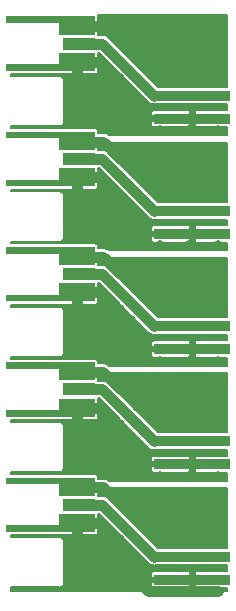
<source format=gbr>
G04 #@! TF.GenerationSoftware,KiCad,Pcbnew,(5.0.2)-1*
G04 #@! TF.CreationDate,2019-09-03T12:36:00-04:00*
G04 #@! TF.ProjectId,MMCX_2DD-100P,4d4d4358-5f32-4444-942d-313030502e6b,rev?*
G04 #@! TF.SameCoordinates,Original*
G04 #@! TF.FileFunction,Copper,L1,Top*
G04 #@! TF.FilePolarity,Positive*
%FSLAX46Y46*%
G04 Gerber Fmt 4.6, Leading zero omitted, Abs format (unit mm)*
G04 Created by KiCad (PCBNEW (5.0.2)-1) date 9/3/2019 12:36:00 PM*
%MOMM*%
%LPD*%
G01*
G04 APERTURE LIST*
G04 #@! TA.AperFunction,SMDPad,CuDef*
%ADD10R,6.477000X0.883920*%
G04 #@! TD*
G04 #@! TA.AperFunction,SMDPad,CuDef*
%ADD11R,2.695200X1.092200*%
G04 #@! TD*
G04 #@! TA.AperFunction,SMDPad,CuDef*
%ADD12C,1.525300*%
G04 #@! TD*
G04 #@! TA.AperFunction,Conductor*
%ADD13C,0.100000*%
G04 #@! TD*
G04 #@! TA.AperFunction,ViaPad*
%ADD14C,0.800000*%
G04 #@! TD*
G04 #@! TA.AperFunction,Conductor*
%ADD15C,0.896620*%
G04 #@! TD*
G04 #@! TA.AperFunction,Conductor*
%ADD16C,0.250000*%
G04 #@! TD*
G04 #@! TA.AperFunction,Conductor*
%ADD17C,0.660400*%
G04 #@! TD*
G04 #@! TA.AperFunction,Conductor*
%ADD18C,0.152400*%
G04 #@! TD*
G04 APERTURE END LIST*
D10*
G04 #@! TO.P,J2,3*
G04 #@! TO.N,Net-(J1-Pad2)*
X156012153Y-30954029D03*
G04 #@! TO.P,J2,2*
G04 #@! TO.N,Net-(J2-Pad2)*
X156012153Y-29002319D03*
G04 #@! TD*
G04 #@! TO.P,J5,3*
G04 #@! TO.N,Net-(J4-Pad2)*
X156012153Y-40712547D03*
G04 #@! TO.P,J5,2*
G04 #@! TO.N,Net-(J5-Pad2)*
X156012153Y-38760837D03*
G04 #@! TD*
G04 #@! TO.P,J8,3*
G04 #@! TO.N,Net-(J7-Pad2)*
X156012153Y-50471067D03*
G04 #@! TO.P,J8,2*
G04 #@! TO.N,Net-(J8-Pad2)*
X156012153Y-48519357D03*
G04 #@! TD*
G04 #@! TO.P,J11,3*
G04 #@! TO.N,Net-(J10-Pad2)*
X156012153Y-60229589D03*
G04 #@! TO.P,J11,2*
G04 #@! TO.N,Net-(J11-Pad2)*
X156012153Y-58277879D03*
G04 #@! TD*
G04 #@! TO.P,J14,3*
G04 #@! TO.N,Net-(J13-Pad2)*
X156012153Y-69988112D03*
G04 #@! TO.P,J14,2*
G04 #@! TO.N,Net-(J14-Pad2)*
X156012153Y-68036402D03*
G04 #@! TD*
D11*
G04 #@! TO.P,J3,1*
G04 #@! TO.N,Net-(J2-Pad2)*
X146393385Y-24610985D03*
D12*
G04 #@! TO.P,J3,2*
G04 #@! TO.N,Net-(J1-Pad2)*
X146240985Y-23073635D03*
D13*
G04 #@! TD*
G04 #@! TO.N,Net-(J1-Pad2)*
G04 #@! TO.C,J3*
G36*
X147740985Y-23836285D02*
X144740985Y-23836285D01*
X144740985Y-22860985D01*
X140240985Y-22860985D01*
X140240985Y-22310985D01*
X147740985Y-22310985D01*
X147740985Y-23836285D01*
X147740985Y-23836285D01*
G37*
D12*
G04 #@! TO.P,J3,2*
G04 #@! TO.N,Net-(J1-Pad2)*
X146240985Y-26148335D03*
D13*
G04 #@! TD*
G04 #@! TO.N,Net-(J1-Pad2)*
G04 #@! TO.C,J3*
G36*
X147740985Y-26910985D02*
X140240985Y-26910985D01*
X140240985Y-26360985D01*
X144740985Y-26360985D01*
X144740985Y-25385685D01*
X147740985Y-25385685D01*
X147740985Y-26910985D01*
X147740985Y-26910985D01*
G37*
D12*
G04 #@! TO.P,J6,2*
G04 #@! TO.N,Net-(J4-Pad2)*
X146240985Y-35906855D03*
D13*
G04 #@! TD*
G04 #@! TO.N,Net-(J4-Pad2)*
G04 #@! TO.C,J6*
G36*
X147740985Y-36669505D02*
X140240985Y-36669505D01*
X140240985Y-36119505D01*
X144740985Y-36119505D01*
X144740985Y-35144205D01*
X147740985Y-35144205D01*
X147740985Y-36669505D01*
X147740985Y-36669505D01*
G37*
D12*
G04 #@! TO.P,J6,2*
G04 #@! TO.N,Net-(J4-Pad2)*
X146240985Y-32832155D03*
D13*
G04 #@! TD*
G04 #@! TO.N,Net-(J4-Pad2)*
G04 #@! TO.C,J6*
G36*
X147740985Y-33594805D02*
X144740985Y-33594805D01*
X144740985Y-32619505D01*
X140240985Y-32619505D01*
X140240985Y-32069505D01*
X147740985Y-32069505D01*
X147740985Y-33594805D01*
X147740985Y-33594805D01*
G37*
D11*
G04 #@! TO.P,J6,1*
G04 #@! TO.N,Net-(J5-Pad2)*
X146393385Y-34369505D03*
G04 #@! TD*
D12*
G04 #@! TO.P,J9,2*
G04 #@! TO.N,Net-(J7-Pad2)*
X146240985Y-45665375D03*
D13*
G04 #@! TD*
G04 #@! TO.N,Net-(J7-Pad2)*
G04 #@! TO.C,J9*
G36*
X147740985Y-46428025D02*
X140240985Y-46428025D01*
X140240985Y-45878025D01*
X144740985Y-45878025D01*
X144740985Y-44902725D01*
X147740985Y-44902725D01*
X147740985Y-46428025D01*
X147740985Y-46428025D01*
G37*
D12*
G04 #@! TO.P,J9,2*
G04 #@! TO.N,Net-(J7-Pad2)*
X146240985Y-42590675D03*
D13*
G04 #@! TD*
G04 #@! TO.N,Net-(J7-Pad2)*
G04 #@! TO.C,J9*
G36*
X147740985Y-43353325D02*
X144740985Y-43353325D01*
X144740985Y-42378025D01*
X140240985Y-42378025D01*
X140240985Y-41828025D01*
X147740985Y-41828025D01*
X147740985Y-43353325D01*
X147740985Y-43353325D01*
G37*
D11*
G04 #@! TO.P,J9,1*
G04 #@! TO.N,Net-(J8-Pad2)*
X146393385Y-44128025D03*
G04 #@! TD*
D12*
G04 #@! TO.P,J12,2*
G04 #@! TO.N,Net-(J10-Pad2)*
X146240985Y-55423895D03*
D13*
G04 #@! TD*
G04 #@! TO.N,Net-(J10-Pad2)*
G04 #@! TO.C,J12*
G36*
X147740985Y-56186545D02*
X140240985Y-56186545D01*
X140240985Y-55636545D01*
X144740985Y-55636545D01*
X144740985Y-54661245D01*
X147740985Y-54661245D01*
X147740985Y-56186545D01*
X147740985Y-56186545D01*
G37*
D12*
G04 #@! TO.P,J12,2*
G04 #@! TO.N,Net-(J10-Pad2)*
X146240985Y-52349195D03*
D13*
G04 #@! TD*
G04 #@! TO.N,Net-(J10-Pad2)*
G04 #@! TO.C,J12*
G36*
X147740985Y-53111845D02*
X144740985Y-53111845D01*
X144740985Y-52136545D01*
X140240985Y-52136545D01*
X140240985Y-51586545D01*
X147740985Y-51586545D01*
X147740985Y-53111845D01*
X147740985Y-53111845D01*
G37*
D11*
G04 #@! TO.P,J12,1*
G04 #@! TO.N,Net-(J11-Pad2)*
X146393385Y-53886545D03*
G04 #@! TD*
D12*
G04 #@! TO.P,J15,2*
G04 #@! TO.N,Net-(J13-Pad2)*
X146240985Y-65182415D03*
D13*
G04 #@! TD*
G04 #@! TO.N,Net-(J13-Pad2)*
G04 #@! TO.C,J15*
G36*
X147740985Y-65945065D02*
X140240985Y-65945065D01*
X140240985Y-65395065D01*
X144740985Y-65395065D01*
X144740985Y-64419765D01*
X147740985Y-64419765D01*
X147740985Y-65945065D01*
X147740985Y-65945065D01*
G37*
D12*
G04 #@! TO.P,J15,2*
G04 #@! TO.N,Net-(J13-Pad2)*
X146240985Y-62107715D03*
D13*
G04 #@! TD*
G04 #@! TO.N,Net-(J13-Pad2)*
G04 #@! TO.C,J15*
G36*
X147740985Y-62870365D02*
X144740985Y-62870365D01*
X144740985Y-61895065D01*
X140240985Y-61895065D01*
X140240985Y-61345065D01*
X147740985Y-61345065D01*
X147740985Y-62870365D01*
X147740985Y-62870365D01*
G37*
D11*
G04 #@! TO.P,J15,1*
G04 #@! TO.N,Net-(J14-Pad2)*
X146393385Y-63645065D03*
G04 #@! TD*
D14*
G04 #@! TO.N,Net-(J1-Pad2)*
X155701209Y-27050615D03*
X158140839Y-27050615D03*
X148382319Y-28026467D03*
X153261579Y-27050615D03*
X148382319Y-23147201D03*
X153261579Y-31929875D03*
X155701209Y-31929875D03*
X158140839Y-31929875D03*
X148382319Y-30954023D03*
X148382319Y-26148335D03*
X149846097Y-24610985D03*
X151797801Y-31441949D03*
X150334023Y-30954023D03*
X151309875Y-26074763D03*
X149846097Y-27538541D03*
X150821949Y-28514393D03*
G04 #@! TO.N,Net-(J4-Pad2)*
X158140839Y-36809135D03*
X155701209Y-36809135D03*
X153261579Y-36809135D03*
X153261579Y-41688395D03*
X155701209Y-41688395D03*
X158140839Y-41688395D03*
X148382319Y-32905727D03*
X148382319Y-37784987D03*
X148382319Y-40761159D03*
X148382319Y-35833283D03*
X149846097Y-34369505D03*
X151797801Y-41200469D03*
X150334023Y-40712543D03*
X151309875Y-35833283D03*
X149846097Y-37297061D03*
X150821949Y-38272913D03*
G04 #@! TO.N,Net-(J7-Pad2)*
X153261579Y-46567655D03*
X155701209Y-46567655D03*
X158140839Y-46567655D03*
X153261579Y-51446915D03*
X155701209Y-51446915D03*
X158140839Y-51446915D03*
X148382319Y-42664247D03*
X148382319Y-47543507D03*
X148382319Y-45591803D03*
X151797801Y-50958989D03*
X150334023Y-50471063D03*
X149846097Y-44128025D03*
X151309875Y-45591803D03*
X149846097Y-47055581D03*
X150821949Y-48031433D03*
X148382319Y-50519709D03*
G04 #@! TO.N,Net-(J10-Pad2)*
X155701209Y-56326175D03*
X158140839Y-56326175D03*
X153261579Y-56326175D03*
X153261579Y-61205435D03*
X155701209Y-61205435D03*
X158140839Y-61205435D03*
X148382319Y-57302027D03*
X148382337Y-60303155D03*
X148382337Y-52422866D03*
X148382319Y-55350323D03*
X151309875Y-55350323D03*
X150334023Y-60229583D03*
X149846097Y-53886545D03*
X150821949Y-57789953D03*
X149846097Y-56814101D03*
X151797801Y-60717509D03*
G04 #@! TO.N,Net-(J13-Pad2)*
X153261579Y-66084695D03*
X158140839Y-66084695D03*
X151309875Y-65108843D03*
X153261579Y-70963955D03*
X155701209Y-70963955D03*
X158140839Y-70963955D03*
X148382319Y-67060547D03*
X148382337Y-62181441D03*
X148382337Y-70036809D03*
X148308931Y-65182415D03*
X150334023Y-69988103D03*
X149846097Y-63645065D03*
X155701209Y-66084695D03*
X150821949Y-67548473D03*
X149846097Y-66572621D03*
X151797801Y-70476029D03*
G04 #@! TD*
D15*
G04 #@! TO.N,Net-(J1-Pad2)*
X146240985Y-26148335D02*
X146240985Y-27836841D01*
X146240985Y-26148335D02*
X148308771Y-26148335D01*
X148308771Y-26148335D02*
X148308771Y-26148335D01*
X146314551Y-23147201D02*
X146240985Y-23073635D01*
X148382319Y-23147201D02*
X146314551Y-23147201D01*
X149846097Y-24555291D02*
X149873944Y-24583138D01*
X148382319Y-23147201D02*
X148438008Y-23147201D01*
X148438008Y-23147201D02*
X149846097Y-24555291D01*
D16*
G04 #@! TO.N,Net-(J4-Pad2)*
X146592695Y-36321245D02*
X146240985Y-35969535D01*
D17*
X146346115Y-36321245D02*
X146240985Y-36216115D01*
D15*
X146240985Y-35906855D02*
X146240985Y-37595401D01*
X146314591Y-32905761D02*
X146240985Y-32832155D01*
X146240985Y-35906855D02*
X148308747Y-35906855D01*
X146314557Y-32905727D02*
X146240985Y-32832155D01*
X148382319Y-32905727D02*
X146314557Y-32905727D01*
X148827363Y-33295077D02*
X149873944Y-34341658D01*
X148382319Y-32905727D02*
X148438013Y-32905727D01*
X148438013Y-32905727D02*
X148827363Y-33295077D01*
D17*
G04 #@! TO.N,Net-(J7-Pad2)*
X146346115Y-46079795D02*
X146240985Y-45974665D01*
D15*
X146240985Y-45665375D02*
X146240985Y-47353961D01*
X146240985Y-45665375D02*
X148308851Y-45665375D01*
X148308851Y-45665375D02*
X148308851Y-45665375D01*
X146314623Y-42664313D02*
X146240985Y-42590675D01*
X146314557Y-42664247D02*
X146240985Y-42590675D01*
X148382319Y-42664247D02*
X146314557Y-42664247D01*
X148827365Y-43053597D02*
X149873945Y-44100177D01*
X148382319Y-42664247D02*
X148438015Y-42664247D01*
X148438015Y-42664247D02*
X148827365Y-43053597D01*
D17*
G04 #@! TO.N,Net-(J10-Pad2)*
X146346115Y-55838345D02*
X146240985Y-55733215D01*
D15*
X146240985Y-55423895D02*
X146240985Y-57112521D01*
X146240985Y-55423895D02*
X148308891Y-55423895D01*
X148308891Y-55423895D02*
X148308891Y-55423895D01*
X146314656Y-52422866D02*
X146240985Y-52349195D01*
X148382337Y-52422866D02*
X146314656Y-52422866D01*
X149846097Y-53830851D02*
X149873944Y-53858698D01*
X148382337Y-52422866D02*
X148438113Y-52422866D01*
X148438113Y-52422866D02*
X149846097Y-53830851D01*
G04 #@! TO.N,Net-(J13-Pad2)*
X146240985Y-65182415D02*
X146240985Y-67846937D01*
X146240985Y-65182415D02*
X148308931Y-65182415D01*
X148308931Y-65182415D02*
X148308931Y-65182415D01*
X146314711Y-62181441D02*
X146240985Y-62107715D01*
X148382337Y-62181441D02*
X146314711Y-62181441D01*
X149846097Y-63589374D02*
X149873942Y-63617219D01*
X148382337Y-62181441D02*
X148438165Y-62181441D01*
X148438165Y-62181441D02*
X149846097Y-63589374D01*
X158140839Y-70963955D02*
X155701209Y-70963955D01*
X155701209Y-70963955D02*
X153261579Y-70963955D01*
X152285727Y-70963955D02*
X151797801Y-70476029D01*
X153261579Y-70963955D02*
X152285727Y-70963955D01*
G04 #@! TO.N,Net-(J2-Pad2)*
X148382319Y-24610985D02*
X146393385Y-24610985D01*
X152773653Y-29002319D02*
X148382319Y-24610985D01*
G04 #@! TO.N,Net-(J5-Pad2)*
X152773653Y-38760837D02*
X152773651Y-38760837D01*
X148382319Y-34369505D02*
X146393385Y-34369505D01*
X152773651Y-38760837D02*
X148382319Y-34369505D01*
G04 #@! TO.N,Net-(J8-Pad2)*
X148382321Y-44128025D02*
X146393385Y-44128025D01*
X152773653Y-48519357D02*
X148382321Y-44128025D01*
G04 #@! TO.N,Net-(J11-Pad2)*
X148382319Y-53886545D02*
X146393385Y-53886545D01*
X152773653Y-58277879D02*
X148382319Y-53886545D01*
G04 #@! TO.N,Net-(J14-Pad2)*
X152773653Y-68036402D02*
X152773653Y-68036399D01*
X148382316Y-63645065D02*
X146393385Y-63645065D01*
X152773653Y-68036402D02*
X148382316Y-63645065D01*
G04 #@! TD*
D18*
G04 #@! TO.N,Net-(J1-Pad2)*
G36*
X152267277Y-29561001D02*
X152353223Y-29631535D01*
X152484055Y-29701467D01*
X152626017Y-29744530D01*
X152773652Y-29759071D01*
X152860136Y-29750553D01*
X158890900Y-29750553D01*
X158890900Y-30207269D01*
X156266153Y-30207269D01*
X156189953Y-30283469D01*
X156189953Y-30776229D01*
X156209953Y-30776229D01*
X156209953Y-31131829D01*
X156189953Y-31131829D01*
X156189953Y-31624589D01*
X156266153Y-31700789D01*
X158890900Y-31700789D01*
X158890900Y-32341601D01*
X148937756Y-32341601D01*
X148858442Y-32276510D01*
X148727610Y-32206578D01*
X148585648Y-32163515D01*
X148475000Y-32152617D01*
X148474990Y-32152617D01*
X148438013Y-32148975D01*
X148401036Y-32152617D01*
X148047260Y-32152617D01*
X148047260Y-32069505D01*
X148041375Y-32009754D01*
X148023946Y-31952299D01*
X147995643Y-31899348D01*
X147957554Y-31852936D01*
X147911142Y-31814847D01*
X147858191Y-31786544D01*
X147800736Y-31769115D01*
X147740985Y-31763230D01*
X140620800Y-31763230D01*
X140620800Y-31620063D01*
X144722349Y-31620063D01*
X144741000Y-31621900D01*
X144815454Y-31614567D01*
X144887046Y-31592850D01*
X144953026Y-31557583D01*
X145010858Y-31510121D01*
X145058320Y-31452289D01*
X145093587Y-31386309D01*
X145115304Y-31314717D01*
X145120800Y-31258915D01*
X145122637Y-31240263D01*
X145120800Y-31221611D01*
X145120800Y-31208029D01*
X152468853Y-31208029D01*
X152468853Y-31426009D01*
X152480566Y-31484896D01*
X152503543Y-31540366D01*
X152536900Y-31590288D01*
X152579354Y-31632743D01*
X152629276Y-31666099D01*
X152684746Y-31689076D01*
X152743633Y-31700789D01*
X155758153Y-31700789D01*
X155834353Y-31624589D01*
X155834353Y-31131829D01*
X152545053Y-31131829D01*
X152468853Y-31208029D01*
X145120800Y-31208029D01*
X145120800Y-30482049D01*
X152468853Y-30482049D01*
X152468853Y-30700029D01*
X152545053Y-30776229D01*
X155834353Y-30776229D01*
X155834353Y-30283469D01*
X155758153Y-30207269D01*
X152743633Y-30207269D01*
X152684746Y-30218982D01*
X152629276Y-30241959D01*
X152579354Y-30275315D01*
X152536900Y-30317770D01*
X152503543Y-30367692D01*
X152480566Y-30423162D01*
X152468853Y-30482049D01*
X145120800Y-30482049D01*
X145120800Y-27758915D01*
X145122637Y-27740263D01*
X145115304Y-27665809D01*
X145093587Y-27594217D01*
X145058320Y-27528237D01*
X145010858Y-27470405D01*
X144953026Y-27422943D01*
X144887046Y-27387676D01*
X144815454Y-27365959D01*
X144759652Y-27360463D01*
X144759651Y-27360463D01*
X144741000Y-27358626D01*
X144722348Y-27360463D01*
X140620800Y-27360463D01*
X140620800Y-27217260D01*
X147740985Y-27217260D01*
X147800736Y-27211375D01*
X147858191Y-27193946D01*
X147911142Y-27165643D01*
X147957554Y-27127554D01*
X147995643Y-27081142D01*
X148023946Y-27028191D01*
X148041375Y-26970736D01*
X148047260Y-26910985D01*
X148047260Y-25385685D01*
X148045134Y-25364095D01*
X148070372Y-25364095D01*
X152267277Y-29561001D01*
X152267277Y-29561001D01*
G37*
X152267277Y-29561001D02*
X152353223Y-29631535D01*
X152484055Y-29701467D01*
X152626017Y-29744530D01*
X152773652Y-29759071D01*
X152860136Y-29750553D01*
X158890900Y-29750553D01*
X158890900Y-30207269D01*
X156266153Y-30207269D01*
X156189953Y-30283469D01*
X156189953Y-30776229D01*
X156209953Y-30776229D01*
X156209953Y-31131829D01*
X156189953Y-31131829D01*
X156189953Y-31624589D01*
X156266153Y-31700789D01*
X158890900Y-31700789D01*
X158890900Y-32341601D01*
X148937756Y-32341601D01*
X148858442Y-32276510D01*
X148727610Y-32206578D01*
X148585648Y-32163515D01*
X148475000Y-32152617D01*
X148474990Y-32152617D01*
X148438013Y-32148975D01*
X148401036Y-32152617D01*
X148047260Y-32152617D01*
X148047260Y-32069505D01*
X148041375Y-32009754D01*
X148023946Y-31952299D01*
X147995643Y-31899348D01*
X147957554Y-31852936D01*
X147911142Y-31814847D01*
X147858191Y-31786544D01*
X147800736Y-31769115D01*
X147740985Y-31763230D01*
X140620800Y-31763230D01*
X140620800Y-31620063D01*
X144722349Y-31620063D01*
X144741000Y-31621900D01*
X144815454Y-31614567D01*
X144887046Y-31592850D01*
X144953026Y-31557583D01*
X145010858Y-31510121D01*
X145058320Y-31452289D01*
X145093587Y-31386309D01*
X145115304Y-31314717D01*
X145120800Y-31258915D01*
X145122637Y-31240263D01*
X145120800Y-31221611D01*
X145120800Y-31208029D01*
X152468853Y-31208029D01*
X152468853Y-31426009D01*
X152480566Y-31484896D01*
X152503543Y-31540366D01*
X152536900Y-31590288D01*
X152579354Y-31632743D01*
X152629276Y-31666099D01*
X152684746Y-31689076D01*
X152743633Y-31700789D01*
X155758153Y-31700789D01*
X155834353Y-31624589D01*
X155834353Y-31131829D01*
X152545053Y-31131829D01*
X152468853Y-31208029D01*
X145120800Y-31208029D01*
X145120800Y-30482049D01*
X152468853Y-30482049D01*
X152468853Y-30700029D01*
X152545053Y-30776229D01*
X155834353Y-30776229D01*
X155834353Y-30283469D01*
X155758153Y-30207269D01*
X152743633Y-30207269D01*
X152684746Y-30218982D01*
X152629276Y-30241959D01*
X152579354Y-30275315D01*
X152536900Y-30317770D01*
X152503543Y-30367692D01*
X152480566Y-30423162D01*
X152468853Y-30482049D01*
X145120800Y-30482049D01*
X145120800Y-27758915D01*
X145122637Y-27740263D01*
X145115304Y-27665809D01*
X145093587Y-27594217D01*
X145058320Y-27528237D01*
X145010858Y-27470405D01*
X144953026Y-27422943D01*
X144887046Y-27387676D01*
X144815454Y-27365959D01*
X144759652Y-27360463D01*
X144759651Y-27360463D01*
X144741000Y-27358626D01*
X144722348Y-27360463D01*
X140620800Y-27360463D01*
X140620800Y-27217260D01*
X147740985Y-27217260D01*
X147800736Y-27211375D01*
X147858191Y-27193946D01*
X147911142Y-27165643D01*
X147957554Y-27127554D01*
X147995643Y-27081142D01*
X148023946Y-27028191D01*
X148041375Y-26970736D01*
X148047260Y-26910985D01*
X148047260Y-25385685D01*
X148045134Y-25364095D01*
X148070372Y-25364095D01*
X152267277Y-29561001D01*
G36*
X158890900Y-28254085D02*
X153090477Y-28254085D01*
X148941007Y-24104616D01*
X148917424Y-24075880D01*
X148802748Y-23981768D01*
X148671916Y-23911836D01*
X148529954Y-23868773D01*
X148419306Y-23857875D01*
X148419296Y-23857875D01*
X148382319Y-23854233D01*
X148345342Y-23857875D01*
X148045134Y-23857875D01*
X148047260Y-23836285D01*
X148047260Y-22310985D01*
X148041375Y-22251234D01*
X148023946Y-22193779D01*
X148022354Y-22190800D01*
X158890900Y-22190800D01*
X158890900Y-28254085D01*
X158890900Y-28254085D01*
G37*
X158890900Y-28254085D02*
X153090477Y-28254085D01*
X148941007Y-24104616D01*
X148917424Y-24075880D01*
X148802748Y-23981768D01*
X148671916Y-23911836D01*
X148529954Y-23868773D01*
X148419306Y-23857875D01*
X148419296Y-23857875D01*
X148382319Y-23854233D01*
X148345342Y-23857875D01*
X148045134Y-23857875D01*
X148047260Y-23836285D01*
X148047260Y-22310985D01*
X148041375Y-22251234D01*
X148023946Y-22193779D01*
X148022354Y-22190800D01*
X158890900Y-22190800D01*
X158890900Y-28254085D01*
G04 #@! TO.N,Net-(J4-Pad2)*
G36*
X152214968Y-39267212D02*
X152238546Y-39295942D01*
X152353222Y-39390054D01*
X152484054Y-39459986D01*
X152626016Y-39503049D01*
X152736664Y-39513947D01*
X152736673Y-39513947D01*
X152773650Y-39517589D01*
X152810628Y-39513947D01*
X152810640Y-39513947D01*
X152860146Y-39509071D01*
X158890900Y-39509071D01*
X158890900Y-39965787D01*
X156266153Y-39965787D01*
X156189953Y-40041987D01*
X156189953Y-40534747D01*
X156209953Y-40534747D01*
X156209953Y-40890347D01*
X156189953Y-40890347D01*
X156189953Y-41383107D01*
X156266153Y-41459307D01*
X158890900Y-41459307D01*
X158890900Y-42100121D01*
X148937758Y-42100121D01*
X148858444Y-42035030D01*
X148727612Y-41965098D01*
X148585650Y-41922035D01*
X148475002Y-41911137D01*
X148474992Y-41911137D01*
X148438015Y-41907495D01*
X148401038Y-41911137D01*
X148047260Y-41911137D01*
X148047260Y-41828025D01*
X148041375Y-41768274D01*
X148023946Y-41710819D01*
X147995643Y-41657868D01*
X147957554Y-41611456D01*
X147911142Y-41573367D01*
X147858191Y-41545064D01*
X147800736Y-41527635D01*
X147740985Y-41521750D01*
X140620800Y-41521750D01*
X140620800Y-41378589D01*
X144722349Y-41378589D01*
X144741000Y-41380426D01*
X144815454Y-41373093D01*
X144887046Y-41351376D01*
X144953026Y-41316109D01*
X145010858Y-41268647D01*
X145058320Y-41210815D01*
X145093587Y-41144835D01*
X145115304Y-41073243D01*
X145120800Y-41017441D01*
X145122637Y-40998789D01*
X145120800Y-40980137D01*
X145120800Y-40966547D01*
X152468853Y-40966547D01*
X152468853Y-41184527D01*
X152480566Y-41243414D01*
X152503543Y-41298884D01*
X152536900Y-41348806D01*
X152579354Y-41391261D01*
X152629276Y-41424617D01*
X152684746Y-41447594D01*
X152743633Y-41459307D01*
X155758153Y-41459307D01*
X155834353Y-41383107D01*
X155834353Y-40890347D01*
X152545053Y-40890347D01*
X152468853Y-40966547D01*
X145120800Y-40966547D01*
X145120800Y-40240567D01*
X152468853Y-40240567D01*
X152468853Y-40458547D01*
X152545053Y-40534747D01*
X155834353Y-40534747D01*
X155834353Y-40041987D01*
X155758153Y-39965787D01*
X152743633Y-39965787D01*
X152684746Y-39977500D01*
X152629276Y-40000477D01*
X152579354Y-40033833D01*
X152536900Y-40076288D01*
X152503543Y-40126210D01*
X152480566Y-40181680D01*
X152468853Y-40240567D01*
X145120800Y-40240567D01*
X145120800Y-37517441D01*
X145122637Y-37498789D01*
X145115304Y-37424335D01*
X145093587Y-37352743D01*
X145058320Y-37286763D01*
X145010858Y-37228931D01*
X144953026Y-37181469D01*
X144887046Y-37146202D01*
X144815454Y-37124485D01*
X144759652Y-37118989D01*
X144759651Y-37118989D01*
X144741000Y-37117152D01*
X144722348Y-37118989D01*
X140620800Y-37118989D01*
X140620800Y-36975780D01*
X147740985Y-36975780D01*
X147800736Y-36969895D01*
X147858191Y-36952466D01*
X147911142Y-36924163D01*
X147957554Y-36886074D01*
X147995643Y-36839662D01*
X148023946Y-36786711D01*
X148041375Y-36729256D01*
X148047260Y-36669505D01*
X148047260Y-35144205D01*
X148045134Y-35122615D01*
X148070372Y-35122615D01*
X152214968Y-39267212D01*
X152214968Y-39267212D01*
G37*
X152214968Y-39267212D02*
X152238546Y-39295942D01*
X152353222Y-39390054D01*
X152484054Y-39459986D01*
X152626016Y-39503049D01*
X152736664Y-39513947D01*
X152736673Y-39513947D01*
X152773650Y-39517589D01*
X152810628Y-39513947D01*
X152810640Y-39513947D01*
X152860146Y-39509071D01*
X158890900Y-39509071D01*
X158890900Y-39965787D01*
X156266153Y-39965787D01*
X156189953Y-40041987D01*
X156189953Y-40534747D01*
X156209953Y-40534747D01*
X156209953Y-40890347D01*
X156189953Y-40890347D01*
X156189953Y-41383107D01*
X156266153Y-41459307D01*
X158890900Y-41459307D01*
X158890900Y-42100121D01*
X148937758Y-42100121D01*
X148858444Y-42035030D01*
X148727612Y-41965098D01*
X148585650Y-41922035D01*
X148475002Y-41911137D01*
X148474992Y-41911137D01*
X148438015Y-41907495D01*
X148401038Y-41911137D01*
X148047260Y-41911137D01*
X148047260Y-41828025D01*
X148041375Y-41768274D01*
X148023946Y-41710819D01*
X147995643Y-41657868D01*
X147957554Y-41611456D01*
X147911142Y-41573367D01*
X147858191Y-41545064D01*
X147800736Y-41527635D01*
X147740985Y-41521750D01*
X140620800Y-41521750D01*
X140620800Y-41378589D01*
X144722349Y-41378589D01*
X144741000Y-41380426D01*
X144815454Y-41373093D01*
X144887046Y-41351376D01*
X144953026Y-41316109D01*
X145010858Y-41268647D01*
X145058320Y-41210815D01*
X145093587Y-41144835D01*
X145115304Y-41073243D01*
X145120800Y-41017441D01*
X145122637Y-40998789D01*
X145120800Y-40980137D01*
X145120800Y-40966547D01*
X152468853Y-40966547D01*
X152468853Y-41184527D01*
X152480566Y-41243414D01*
X152503543Y-41298884D01*
X152536900Y-41348806D01*
X152579354Y-41391261D01*
X152629276Y-41424617D01*
X152684746Y-41447594D01*
X152743633Y-41459307D01*
X155758153Y-41459307D01*
X155834353Y-41383107D01*
X155834353Y-40890347D01*
X152545053Y-40890347D01*
X152468853Y-40966547D01*
X145120800Y-40966547D01*
X145120800Y-40240567D01*
X152468853Y-40240567D01*
X152468853Y-40458547D01*
X152545053Y-40534747D01*
X155834353Y-40534747D01*
X155834353Y-40041987D01*
X155758153Y-39965787D01*
X152743633Y-39965787D01*
X152684746Y-39977500D01*
X152629276Y-40000477D01*
X152579354Y-40033833D01*
X152536900Y-40076288D01*
X152503543Y-40126210D01*
X152480566Y-40181680D01*
X152468853Y-40240567D01*
X145120800Y-40240567D01*
X145120800Y-37517441D01*
X145122637Y-37498789D01*
X145115304Y-37424335D01*
X145093587Y-37352743D01*
X145058320Y-37286763D01*
X145010858Y-37228931D01*
X144953026Y-37181469D01*
X144887046Y-37146202D01*
X144815454Y-37124485D01*
X144759652Y-37118989D01*
X144759651Y-37118989D01*
X144741000Y-37117152D01*
X144722348Y-37118989D01*
X140620800Y-37118989D01*
X140620800Y-36975780D01*
X147740985Y-36975780D01*
X147800736Y-36969895D01*
X147858191Y-36952466D01*
X147911142Y-36924163D01*
X147957554Y-36886074D01*
X147995643Y-36839662D01*
X148023946Y-36786711D01*
X148041375Y-36729256D01*
X148047260Y-36669505D01*
X148047260Y-35144205D01*
X148045134Y-35122615D01*
X148070372Y-35122615D01*
X152214968Y-39267212D01*
G36*
X158890900Y-38012603D02*
X153090475Y-38012603D01*
X148941007Y-33863136D01*
X148917424Y-33834400D01*
X148802748Y-33740288D01*
X148671916Y-33670356D01*
X148529954Y-33627293D01*
X148419306Y-33616395D01*
X148419296Y-33616395D01*
X148382319Y-33612753D01*
X148345342Y-33616395D01*
X148045134Y-33616395D01*
X148047260Y-33594805D01*
X148047260Y-32981927D01*
X158890900Y-32981927D01*
X158890900Y-38012603D01*
X158890900Y-38012603D01*
G37*
X158890900Y-38012603D02*
X153090475Y-38012603D01*
X148941007Y-33863136D01*
X148917424Y-33834400D01*
X148802748Y-33740288D01*
X148671916Y-33670356D01*
X148529954Y-33627293D01*
X148419306Y-33616395D01*
X148419296Y-33616395D01*
X148382319Y-33612753D01*
X148345342Y-33616395D01*
X148045134Y-33616395D01*
X148047260Y-33594805D01*
X148047260Y-32981927D01*
X158890900Y-32981927D01*
X158890900Y-38012603D01*
G04 #@! TO.N,Net-(J7-Pad2)*
G36*
X152267277Y-49078039D02*
X152353223Y-49148573D01*
X152484055Y-49218505D01*
X152626017Y-49261568D01*
X152773652Y-49276109D01*
X152860136Y-49267591D01*
X158890901Y-49267591D01*
X158890901Y-49724307D01*
X156266153Y-49724307D01*
X156189953Y-49800507D01*
X156189953Y-50293267D01*
X156209953Y-50293267D01*
X156209953Y-50648867D01*
X156189953Y-50648867D01*
X156189953Y-51141627D01*
X156266153Y-51217827D01*
X158890901Y-51217827D01*
X158890901Y-51862713D01*
X148942697Y-51862713D01*
X148858542Y-51793649D01*
X148727710Y-51723717D01*
X148585748Y-51680654D01*
X148475100Y-51669756D01*
X148475090Y-51669756D01*
X148438113Y-51666114D01*
X148401136Y-51669756D01*
X148047260Y-51669756D01*
X148047260Y-51586545D01*
X148041375Y-51526794D01*
X148023946Y-51469339D01*
X147995643Y-51416388D01*
X147957554Y-51369976D01*
X147911142Y-51331887D01*
X147858191Y-51303584D01*
X147800736Y-51286155D01*
X147740985Y-51280270D01*
X140620800Y-51280270D01*
X140620800Y-51137115D01*
X144722349Y-51137115D01*
X144741000Y-51138952D01*
X144815454Y-51131619D01*
X144887046Y-51109902D01*
X144953026Y-51074635D01*
X145010858Y-51027173D01*
X145058320Y-50969341D01*
X145093587Y-50903361D01*
X145115304Y-50831769D01*
X145120800Y-50775967D01*
X145122637Y-50757315D01*
X145120800Y-50738663D01*
X145120800Y-50725067D01*
X152468853Y-50725067D01*
X152468853Y-50943047D01*
X152480566Y-51001934D01*
X152503543Y-51057404D01*
X152536900Y-51107326D01*
X152579354Y-51149781D01*
X152629276Y-51183137D01*
X152684746Y-51206114D01*
X152743633Y-51217827D01*
X155758153Y-51217827D01*
X155834353Y-51141627D01*
X155834353Y-50648867D01*
X152545053Y-50648867D01*
X152468853Y-50725067D01*
X145120800Y-50725067D01*
X145120800Y-49999087D01*
X152468853Y-49999087D01*
X152468853Y-50217067D01*
X152545053Y-50293267D01*
X155834353Y-50293267D01*
X155834353Y-49800507D01*
X155758153Y-49724307D01*
X152743633Y-49724307D01*
X152684746Y-49736020D01*
X152629276Y-49758997D01*
X152579354Y-49792353D01*
X152536900Y-49834808D01*
X152503543Y-49884730D01*
X152480566Y-49940200D01*
X152468853Y-49999087D01*
X145120800Y-49999087D01*
X145120800Y-47275967D01*
X145122637Y-47257315D01*
X145115304Y-47182861D01*
X145093587Y-47111269D01*
X145058320Y-47045289D01*
X145010858Y-46987457D01*
X144953026Y-46939995D01*
X144887046Y-46904728D01*
X144815454Y-46883011D01*
X144759652Y-46877515D01*
X144759651Y-46877515D01*
X144741000Y-46875678D01*
X144722348Y-46877515D01*
X140620800Y-46877515D01*
X140620800Y-46734300D01*
X147740985Y-46734300D01*
X147800736Y-46728415D01*
X147858191Y-46710986D01*
X147911142Y-46682683D01*
X147957554Y-46644594D01*
X147995643Y-46598182D01*
X148023946Y-46545231D01*
X148041375Y-46487776D01*
X148047260Y-46428025D01*
X148047260Y-44902725D01*
X148045134Y-44881135D01*
X148070374Y-44881135D01*
X152267277Y-49078039D01*
X152267277Y-49078039D01*
G37*
X152267277Y-49078039D02*
X152353223Y-49148573D01*
X152484055Y-49218505D01*
X152626017Y-49261568D01*
X152773652Y-49276109D01*
X152860136Y-49267591D01*
X158890901Y-49267591D01*
X158890901Y-49724307D01*
X156266153Y-49724307D01*
X156189953Y-49800507D01*
X156189953Y-50293267D01*
X156209953Y-50293267D01*
X156209953Y-50648867D01*
X156189953Y-50648867D01*
X156189953Y-51141627D01*
X156266153Y-51217827D01*
X158890901Y-51217827D01*
X158890901Y-51862713D01*
X148942697Y-51862713D01*
X148858542Y-51793649D01*
X148727710Y-51723717D01*
X148585748Y-51680654D01*
X148475100Y-51669756D01*
X148475090Y-51669756D01*
X148438113Y-51666114D01*
X148401136Y-51669756D01*
X148047260Y-51669756D01*
X148047260Y-51586545D01*
X148041375Y-51526794D01*
X148023946Y-51469339D01*
X147995643Y-51416388D01*
X147957554Y-51369976D01*
X147911142Y-51331887D01*
X147858191Y-51303584D01*
X147800736Y-51286155D01*
X147740985Y-51280270D01*
X140620800Y-51280270D01*
X140620800Y-51137115D01*
X144722349Y-51137115D01*
X144741000Y-51138952D01*
X144815454Y-51131619D01*
X144887046Y-51109902D01*
X144953026Y-51074635D01*
X145010858Y-51027173D01*
X145058320Y-50969341D01*
X145093587Y-50903361D01*
X145115304Y-50831769D01*
X145120800Y-50775967D01*
X145122637Y-50757315D01*
X145120800Y-50738663D01*
X145120800Y-50725067D01*
X152468853Y-50725067D01*
X152468853Y-50943047D01*
X152480566Y-51001934D01*
X152503543Y-51057404D01*
X152536900Y-51107326D01*
X152579354Y-51149781D01*
X152629276Y-51183137D01*
X152684746Y-51206114D01*
X152743633Y-51217827D01*
X155758153Y-51217827D01*
X155834353Y-51141627D01*
X155834353Y-50648867D01*
X152545053Y-50648867D01*
X152468853Y-50725067D01*
X145120800Y-50725067D01*
X145120800Y-49999087D01*
X152468853Y-49999087D01*
X152468853Y-50217067D01*
X152545053Y-50293267D01*
X155834353Y-50293267D01*
X155834353Y-49800507D01*
X155758153Y-49724307D01*
X152743633Y-49724307D01*
X152684746Y-49736020D01*
X152629276Y-49758997D01*
X152579354Y-49792353D01*
X152536900Y-49834808D01*
X152503543Y-49884730D01*
X152480566Y-49940200D01*
X152468853Y-49999087D01*
X145120800Y-49999087D01*
X145120800Y-47275967D01*
X145122637Y-47257315D01*
X145115304Y-47182861D01*
X145093587Y-47111269D01*
X145058320Y-47045289D01*
X145010858Y-46987457D01*
X144953026Y-46939995D01*
X144887046Y-46904728D01*
X144815454Y-46883011D01*
X144759652Y-46877515D01*
X144759651Y-46877515D01*
X144741000Y-46875678D01*
X144722348Y-46877515D01*
X140620800Y-46877515D01*
X140620800Y-46734300D01*
X147740985Y-46734300D01*
X147800736Y-46728415D01*
X147858191Y-46710986D01*
X147911142Y-46682683D01*
X147957554Y-46644594D01*
X147995643Y-46598182D01*
X148023946Y-46545231D01*
X148041375Y-46487776D01*
X148047260Y-46428025D01*
X148047260Y-44902725D01*
X148045134Y-44881135D01*
X148070374Y-44881135D01*
X152267277Y-49078039D01*
G36*
X158890901Y-47771123D02*
X153090477Y-47771123D01*
X148941009Y-43621656D01*
X148917426Y-43592920D01*
X148802750Y-43498808D01*
X148671918Y-43428876D01*
X148529956Y-43385813D01*
X148419308Y-43374915D01*
X148419298Y-43374915D01*
X148382321Y-43371273D01*
X148345344Y-43374915D01*
X148045134Y-43374915D01*
X148047260Y-43353325D01*
X148047260Y-42740447D01*
X158890901Y-42740447D01*
X158890901Y-47771123D01*
X158890901Y-47771123D01*
G37*
X158890901Y-47771123D02*
X153090477Y-47771123D01*
X148941009Y-43621656D01*
X148917426Y-43592920D01*
X148802750Y-43498808D01*
X148671918Y-43428876D01*
X148529956Y-43385813D01*
X148419308Y-43374915D01*
X148419298Y-43374915D01*
X148382321Y-43371273D01*
X148345344Y-43374915D01*
X148045134Y-43374915D01*
X148047260Y-43353325D01*
X148047260Y-42740447D01*
X158890901Y-42740447D01*
X158890901Y-47771123D01*
G04 #@! TO.N,Net-(J10-Pad2)*
G36*
X152267277Y-58836561D02*
X152353223Y-58907095D01*
X152484055Y-58977027D01*
X152626017Y-59020090D01*
X152773652Y-59034631D01*
X152860136Y-59026113D01*
X158890901Y-59026113D01*
X158890901Y-59482829D01*
X156266153Y-59482829D01*
X156189953Y-59559029D01*
X156189953Y-60051789D01*
X156209953Y-60051789D01*
X156209953Y-60407389D01*
X156189953Y-60407389D01*
X156189953Y-60900149D01*
X156266153Y-60976349D01*
X158890901Y-60976349D01*
X158890901Y-61617161D01*
X148937720Y-61617161D01*
X148858594Y-61552224D01*
X148727762Y-61482292D01*
X148585800Y-61439229D01*
X148475152Y-61428331D01*
X148475142Y-61428331D01*
X148438165Y-61424689D01*
X148401188Y-61428331D01*
X148047260Y-61428331D01*
X148047260Y-61345065D01*
X148041375Y-61285314D01*
X148023946Y-61227859D01*
X147995643Y-61174908D01*
X147957554Y-61128496D01*
X147911142Y-61090407D01*
X147858191Y-61062104D01*
X147800736Y-61044675D01*
X147740985Y-61038790D01*
X140651703Y-61038790D01*
X140651703Y-60895641D01*
X144722349Y-60895641D01*
X144741000Y-60897478D01*
X144815454Y-60890145D01*
X144887046Y-60868428D01*
X144953026Y-60833161D01*
X145010858Y-60785699D01*
X145058320Y-60727867D01*
X145093587Y-60661887D01*
X145115304Y-60590295D01*
X145120800Y-60534493D01*
X145122637Y-60515841D01*
X145120800Y-60497189D01*
X145120800Y-60483589D01*
X152468853Y-60483589D01*
X152468853Y-60701569D01*
X152480566Y-60760456D01*
X152503543Y-60815926D01*
X152536900Y-60865848D01*
X152579354Y-60908303D01*
X152629276Y-60941659D01*
X152684746Y-60964636D01*
X152743633Y-60976349D01*
X155758153Y-60976349D01*
X155834353Y-60900149D01*
X155834353Y-60407389D01*
X152545053Y-60407389D01*
X152468853Y-60483589D01*
X145120800Y-60483589D01*
X145120800Y-59757609D01*
X152468853Y-59757609D01*
X152468853Y-59975589D01*
X152545053Y-60051789D01*
X155834353Y-60051789D01*
X155834353Y-59559029D01*
X155758153Y-59482829D01*
X152743633Y-59482829D01*
X152684746Y-59494542D01*
X152629276Y-59517519D01*
X152579354Y-59550875D01*
X152536900Y-59593330D01*
X152503543Y-59643252D01*
X152480566Y-59698722D01*
X152468853Y-59757609D01*
X145120800Y-59757609D01*
X145120800Y-57034493D01*
X145122637Y-57015841D01*
X145115304Y-56941387D01*
X145093587Y-56869795D01*
X145058320Y-56803815D01*
X145010858Y-56745983D01*
X144953026Y-56698521D01*
X144887046Y-56663254D01*
X144815454Y-56641537D01*
X144759652Y-56636041D01*
X144759651Y-56636041D01*
X144741000Y-56634204D01*
X144722348Y-56636041D01*
X140651703Y-56636041D01*
X140651703Y-56492820D01*
X147740985Y-56492820D01*
X147800736Y-56486935D01*
X147858191Y-56469506D01*
X147911142Y-56441203D01*
X147957554Y-56403114D01*
X147995643Y-56356702D01*
X148023946Y-56303751D01*
X148041375Y-56246296D01*
X148047260Y-56186545D01*
X148047260Y-54661245D01*
X148045134Y-54639655D01*
X148070372Y-54639655D01*
X152267277Y-58836561D01*
X152267277Y-58836561D01*
G37*
X152267277Y-58836561D02*
X152353223Y-58907095D01*
X152484055Y-58977027D01*
X152626017Y-59020090D01*
X152773652Y-59034631D01*
X152860136Y-59026113D01*
X158890901Y-59026113D01*
X158890901Y-59482829D01*
X156266153Y-59482829D01*
X156189953Y-59559029D01*
X156189953Y-60051789D01*
X156209953Y-60051789D01*
X156209953Y-60407389D01*
X156189953Y-60407389D01*
X156189953Y-60900149D01*
X156266153Y-60976349D01*
X158890901Y-60976349D01*
X158890901Y-61617161D01*
X148937720Y-61617161D01*
X148858594Y-61552224D01*
X148727762Y-61482292D01*
X148585800Y-61439229D01*
X148475152Y-61428331D01*
X148475142Y-61428331D01*
X148438165Y-61424689D01*
X148401188Y-61428331D01*
X148047260Y-61428331D01*
X148047260Y-61345065D01*
X148041375Y-61285314D01*
X148023946Y-61227859D01*
X147995643Y-61174908D01*
X147957554Y-61128496D01*
X147911142Y-61090407D01*
X147858191Y-61062104D01*
X147800736Y-61044675D01*
X147740985Y-61038790D01*
X140651703Y-61038790D01*
X140651703Y-60895641D01*
X144722349Y-60895641D01*
X144741000Y-60897478D01*
X144815454Y-60890145D01*
X144887046Y-60868428D01*
X144953026Y-60833161D01*
X145010858Y-60785699D01*
X145058320Y-60727867D01*
X145093587Y-60661887D01*
X145115304Y-60590295D01*
X145120800Y-60534493D01*
X145122637Y-60515841D01*
X145120800Y-60497189D01*
X145120800Y-60483589D01*
X152468853Y-60483589D01*
X152468853Y-60701569D01*
X152480566Y-60760456D01*
X152503543Y-60815926D01*
X152536900Y-60865848D01*
X152579354Y-60908303D01*
X152629276Y-60941659D01*
X152684746Y-60964636D01*
X152743633Y-60976349D01*
X155758153Y-60976349D01*
X155834353Y-60900149D01*
X155834353Y-60407389D01*
X152545053Y-60407389D01*
X152468853Y-60483589D01*
X145120800Y-60483589D01*
X145120800Y-59757609D01*
X152468853Y-59757609D01*
X152468853Y-59975589D01*
X152545053Y-60051789D01*
X155834353Y-60051789D01*
X155834353Y-59559029D01*
X155758153Y-59482829D01*
X152743633Y-59482829D01*
X152684746Y-59494542D01*
X152629276Y-59517519D01*
X152579354Y-59550875D01*
X152536900Y-59593330D01*
X152503543Y-59643252D01*
X152480566Y-59698722D01*
X152468853Y-59757609D01*
X145120800Y-59757609D01*
X145120800Y-57034493D01*
X145122637Y-57015841D01*
X145115304Y-56941387D01*
X145093587Y-56869795D01*
X145058320Y-56803815D01*
X145010858Y-56745983D01*
X144953026Y-56698521D01*
X144887046Y-56663254D01*
X144815454Y-56641537D01*
X144759652Y-56636041D01*
X144759651Y-56636041D01*
X144741000Y-56634204D01*
X144722348Y-56636041D01*
X140651703Y-56636041D01*
X140651703Y-56492820D01*
X147740985Y-56492820D01*
X147800736Y-56486935D01*
X147858191Y-56469506D01*
X147911142Y-56441203D01*
X147957554Y-56403114D01*
X147995643Y-56356702D01*
X148023946Y-56303751D01*
X148041375Y-56246296D01*
X148047260Y-56186545D01*
X148047260Y-54661245D01*
X148045134Y-54639655D01*
X148070372Y-54639655D01*
X152267277Y-58836561D01*
G36*
X158890901Y-57529645D02*
X153090477Y-57529645D01*
X148941007Y-53380176D01*
X148917424Y-53351440D01*
X148802748Y-53257328D01*
X148671916Y-53187396D01*
X148529954Y-53144333D01*
X148419306Y-53133435D01*
X148419296Y-53133435D01*
X148382319Y-53129793D01*
X148345342Y-53133435D01*
X148045134Y-53133435D01*
X148047260Y-53111845D01*
X148047260Y-52498967D01*
X158890901Y-52498967D01*
X158890901Y-57529645D01*
X158890901Y-57529645D01*
G37*
X158890901Y-57529645D02*
X153090477Y-57529645D01*
X148941007Y-53380176D01*
X148917424Y-53351440D01*
X148802748Y-53257328D01*
X148671916Y-53187396D01*
X148529954Y-53144333D01*
X148419306Y-53133435D01*
X148419296Y-53133435D01*
X148382319Y-53129793D01*
X148345342Y-53133435D01*
X148045134Y-53133435D01*
X148047260Y-53111845D01*
X148047260Y-52498967D01*
X158890901Y-52498967D01*
X158890901Y-57529645D01*
G04 #@! TO.N,Net-(J13-Pad2)*
G36*
X152214971Y-68542778D02*
X152238548Y-68571507D01*
X152353224Y-68665619D01*
X152484056Y-68735551D01*
X152626018Y-68778614D01*
X152773653Y-68793155D01*
X152860146Y-68784636D01*
X158890901Y-68784636D01*
X158890901Y-69241352D01*
X156266153Y-69241352D01*
X156189953Y-69317552D01*
X156189953Y-69810312D01*
X156209953Y-69810312D01*
X156209953Y-70165912D01*
X156189953Y-70165912D01*
X156189953Y-70658672D01*
X156266153Y-70734872D01*
X158890901Y-70734872D01*
X158890901Y-70944700D01*
X140620800Y-70944700D01*
X140620800Y-70654167D01*
X144722349Y-70654167D01*
X144741000Y-70656004D01*
X144815454Y-70648671D01*
X144887046Y-70626954D01*
X144953026Y-70591687D01*
X145010858Y-70544225D01*
X145058320Y-70486393D01*
X145093587Y-70420413D01*
X145115304Y-70348821D01*
X145120800Y-70293019D01*
X145122637Y-70274367D01*
X145120800Y-70255715D01*
X145120800Y-70242112D01*
X152468853Y-70242112D01*
X152468853Y-70460092D01*
X152480566Y-70518979D01*
X152503543Y-70574449D01*
X152536900Y-70624371D01*
X152579354Y-70666826D01*
X152629276Y-70700182D01*
X152684746Y-70723159D01*
X152743633Y-70734872D01*
X155758153Y-70734872D01*
X155834353Y-70658672D01*
X155834353Y-70165912D01*
X152545053Y-70165912D01*
X152468853Y-70242112D01*
X145120800Y-70242112D01*
X145120800Y-69516132D01*
X152468853Y-69516132D01*
X152468853Y-69734112D01*
X152545053Y-69810312D01*
X155834353Y-69810312D01*
X155834353Y-69317552D01*
X155758153Y-69241352D01*
X152743633Y-69241352D01*
X152684746Y-69253065D01*
X152629276Y-69276042D01*
X152579354Y-69309398D01*
X152536900Y-69351853D01*
X152503543Y-69401775D01*
X152480566Y-69457245D01*
X152468853Y-69516132D01*
X145120800Y-69516132D01*
X145120800Y-66793019D01*
X145122637Y-66774367D01*
X145115304Y-66699913D01*
X145093587Y-66628321D01*
X145058320Y-66562341D01*
X145010858Y-66504509D01*
X144953026Y-66457047D01*
X144887046Y-66421780D01*
X144815454Y-66400063D01*
X144759652Y-66394567D01*
X144759651Y-66394567D01*
X144741000Y-66392730D01*
X144722348Y-66394567D01*
X140620800Y-66394567D01*
X140620800Y-66251340D01*
X147740985Y-66251340D01*
X147800736Y-66245455D01*
X147858191Y-66228026D01*
X147911142Y-66199723D01*
X147957554Y-66161634D01*
X147995643Y-66115222D01*
X148023946Y-66062271D01*
X148041375Y-66004816D01*
X148047260Y-65945065D01*
X148047260Y-64419765D01*
X148045134Y-64398175D01*
X148070369Y-64398175D01*
X152214971Y-68542778D01*
X152214971Y-68542778D01*
G37*
X152214971Y-68542778D02*
X152238548Y-68571507D01*
X152353224Y-68665619D01*
X152484056Y-68735551D01*
X152626018Y-68778614D01*
X152773653Y-68793155D01*
X152860146Y-68784636D01*
X158890901Y-68784636D01*
X158890901Y-69241352D01*
X156266153Y-69241352D01*
X156189953Y-69317552D01*
X156189953Y-69810312D01*
X156209953Y-69810312D01*
X156209953Y-70165912D01*
X156189953Y-70165912D01*
X156189953Y-70658672D01*
X156266153Y-70734872D01*
X158890901Y-70734872D01*
X158890901Y-70944700D01*
X140620800Y-70944700D01*
X140620800Y-70654167D01*
X144722349Y-70654167D01*
X144741000Y-70656004D01*
X144815454Y-70648671D01*
X144887046Y-70626954D01*
X144953026Y-70591687D01*
X145010858Y-70544225D01*
X145058320Y-70486393D01*
X145093587Y-70420413D01*
X145115304Y-70348821D01*
X145120800Y-70293019D01*
X145122637Y-70274367D01*
X145120800Y-70255715D01*
X145120800Y-70242112D01*
X152468853Y-70242112D01*
X152468853Y-70460092D01*
X152480566Y-70518979D01*
X152503543Y-70574449D01*
X152536900Y-70624371D01*
X152579354Y-70666826D01*
X152629276Y-70700182D01*
X152684746Y-70723159D01*
X152743633Y-70734872D01*
X155758153Y-70734872D01*
X155834353Y-70658672D01*
X155834353Y-70165912D01*
X152545053Y-70165912D01*
X152468853Y-70242112D01*
X145120800Y-70242112D01*
X145120800Y-69516132D01*
X152468853Y-69516132D01*
X152468853Y-69734112D01*
X152545053Y-69810312D01*
X155834353Y-69810312D01*
X155834353Y-69317552D01*
X155758153Y-69241352D01*
X152743633Y-69241352D01*
X152684746Y-69253065D01*
X152629276Y-69276042D01*
X152579354Y-69309398D01*
X152536900Y-69351853D01*
X152503543Y-69401775D01*
X152480566Y-69457245D01*
X152468853Y-69516132D01*
X145120800Y-69516132D01*
X145120800Y-66793019D01*
X145122637Y-66774367D01*
X145115304Y-66699913D01*
X145093587Y-66628321D01*
X145058320Y-66562341D01*
X145010858Y-66504509D01*
X144953026Y-66457047D01*
X144887046Y-66421780D01*
X144815454Y-66400063D01*
X144759652Y-66394567D01*
X144759651Y-66394567D01*
X144741000Y-66392730D01*
X144722348Y-66394567D01*
X140620800Y-66394567D01*
X140620800Y-66251340D01*
X147740985Y-66251340D01*
X147800736Y-66245455D01*
X147858191Y-66228026D01*
X147911142Y-66199723D01*
X147957554Y-66161634D01*
X147995643Y-66115222D01*
X148023946Y-66062271D01*
X148041375Y-66004816D01*
X148047260Y-65945065D01*
X148047260Y-64419765D01*
X148045134Y-64398175D01*
X148070369Y-64398175D01*
X152214971Y-68542778D01*
G36*
X158890901Y-67288168D02*
X153090477Y-67288168D01*
X148941004Y-63138696D01*
X148917421Y-63109960D01*
X148802745Y-63015848D01*
X148671913Y-62945916D01*
X148529951Y-62902853D01*
X148419303Y-62891955D01*
X148419293Y-62891955D01*
X148382316Y-62888313D01*
X148345339Y-62891955D01*
X148045134Y-62891955D01*
X148047260Y-62870365D01*
X148047260Y-62257487D01*
X158890901Y-62257487D01*
X158890901Y-67288168D01*
X158890901Y-67288168D01*
G37*
X158890901Y-67288168D02*
X153090477Y-67288168D01*
X148941004Y-63138696D01*
X148917421Y-63109960D01*
X148802745Y-63015848D01*
X148671913Y-62945916D01*
X148529951Y-62902853D01*
X148419303Y-62891955D01*
X148419293Y-62891955D01*
X148382316Y-62888313D01*
X148345339Y-62891955D01*
X148045134Y-62891955D01*
X148047260Y-62870365D01*
X148047260Y-62257487D01*
X158890901Y-62257487D01*
X158890901Y-67288168D01*
G04 #@! TD*
M02*

</source>
